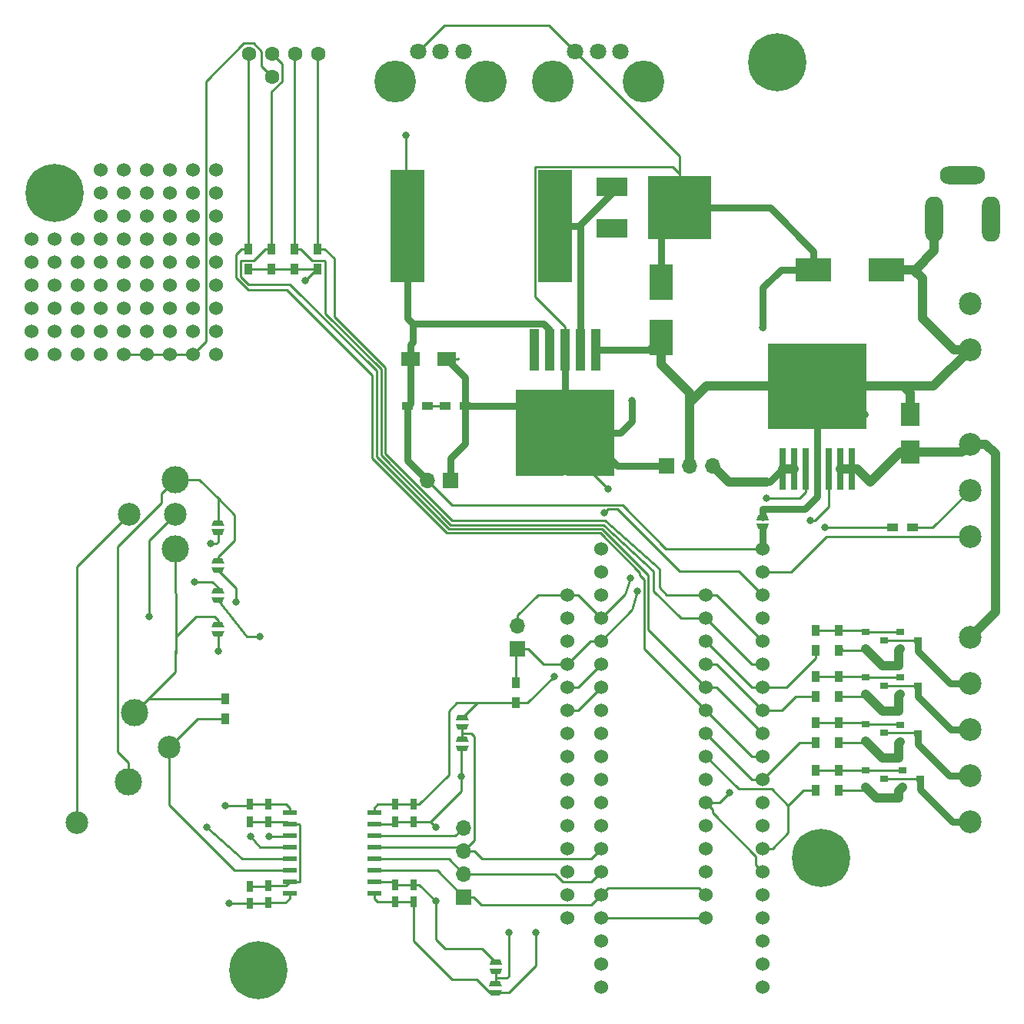
<source format=gbr>
G04 #@! TF.GenerationSoftware,KiCad,Pcbnew,(5.1.5)-2*
G04 #@! TF.CreationDate,2020-04-10T18:30:35+02:00*
G04 #@! TF.ProjectId,LightBoxNano,4c696768-7442-46f7-984e-616e6f2e6b69,rev?*
G04 #@! TF.SameCoordinates,Original*
G04 #@! TF.FileFunction,Copper,L1,Top*
G04 #@! TF.FilePolarity,Positive*
%FSLAX46Y46*%
G04 Gerber Fmt 4.6, Leading zero omitted, Abs format (unit mm)*
G04 Created by KiCad (PCBNEW (5.1.5)-2) date 2020-04-10 18:30:35*
%MOMM*%
%LPD*%
G04 APERTURE LIST*
%ADD10C,1.524000*%
%ADD11R,1.700000X1.700000*%
%ADD12O,1.700000X1.700000*%
%ADD13C,2.500000*%
%ADD14C,3.000000*%
%ADD15R,1.100000X4.600000*%
%ADD16R,10.800000X9.400000*%
%ADD17R,5.250000X4.550000*%
%ADD18R,1.500000X0.600000*%
%ADD19C,1.600000*%
%ADD20R,0.900000X1.200000*%
%ADD21C,1.800000*%
%ADD22C,4.600000*%
%ADD23C,0.100000*%
%ADD24R,1.200000X0.900000*%
%ADD25R,0.900000X0.800000*%
%ADD26R,3.825000X12.320000*%
%ADD27O,5.000000X2.000000*%
%ADD28O,2.000000X5.000000*%
%ADD29R,3.500000X2.000000*%
%ADD30R,7.000000X7.000000*%
%ADD31R,4.000000X2.500000*%
%ADD32R,2.000000X1.600000*%
%ADD33R,2.500000X4.000000*%
%ADD34R,0.750000X1.200000*%
%ADD35C,6.400000*%
%ADD36R,2.030000X2.650000*%
%ADD37R,0.800000X4.600000*%
%ADD38C,0.800000*%
%ADD39C,0.750000*%
%ADD40C,0.250000*%
%ADD41C,1.000000*%
G04 APERTURE END LIST*
D10*
X101600000Y-53340000D03*
X101600000Y-68580000D03*
X101600000Y-66040000D03*
X101600000Y-63500000D03*
X101600000Y-60960000D03*
X101600000Y-58420000D03*
X101600000Y-55880000D03*
X104140000Y-53340000D03*
X104140000Y-68580000D03*
X104140000Y-66040000D03*
X104140000Y-63500000D03*
X104140000Y-60960000D03*
X104140000Y-58420000D03*
X104140000Y-55880000D03*
X99060000Y-71120000D03*
X99060000Y-60960000D03*
X99060000Y-63500000D03*
X99060000Y-66040000D03*
X99060000Y-68580000D03*
X96520000Y-71120000D03*
X96520000Y-60960000D03*
X96520000Y-63500000D03*
X96520000Y-66040000D03*
X96520000Y-68580000D03*
X93980000Y-71120000D03*
X93980000Y-60960000D03*
X93980000Y-63500000D03*
X93980000Y-66040000D03*
X93980000Y-68580000D03*
X91440000Y-71120000D03*
X91440000Y-58420000D03*
X91440000Y-68580000D03*
X91440000Y-66040000D03*
X91440000Y-63500000D03*
X91440000Y-60960000D03*
X93980000Y-58420000D03*
X96520000Y-58420000D03*
X99060000Y-58420000D03*
X99060000Y-55880000D03*
X99060000Y-53340000D03*
X106680000Y-53340000D03*
X106680000Y-55880000D03*
X106680000Y-58420000D03*
X106680000Y-60960000D03*
X106680000Y-63500000D03*
X106680000Y-66040000D03*
X106680000Y-68580000D03*
X109220000Y-68580000D03*
X109220000Y-66040000D03*
X109220000Y-63500000D03*
X109220000Y-60960000D03*
X109220000Y-58420000D03*
X109220000Y-55880000D03*
X109220000Y-53340000D03*
X106680000Y-50800000D03*
X104140000Y-50800000D03*
X101600000Y-50800000D03*
X101600000Y-71120000D03*
X104140000Y-71120000D03*
X106680000Y-71120000D03*
X99060000Y-50800000D03*
X111760000Y-71120000D03*
X111760000Y-68580000D03*
X111760000Y-66040000D03*
X111760000Y-63500000D03*
X111760000Y-60960000D03*
X111760000Y-58420000D03*
X111760000Y-55880000D03*
X111760000Y-50800000D03*
X111760000Y-53340000D03*
X109220000Y-71120000D03*
X109220000Y-50800000D03*
X111760000Y-50800000D03*
D11*
X145000000Y-103600000D03*
D12*
X145000000Y-101060000D03*
D13*
X107264180Y-88759240D03*
D14*
X107264180Y-84949240D03*
X107264180Y-92569240D03*
D13*
X102184180Y-88759240D03*
X96426160Y-122693720D03*
D14*
X102781160Y-110633720D03*
X102146160Y-118253720D03*
D13*
X106596160Y-114443720D03*
D15*
X153600000Y-70625000D03*
X151900000Y-70625000D03*
X150200000Y-70625000D03*
X148500000Y-70625000D03*
X146800000Y-70625000D03*
D16*
X150200000Y-79775000D03*
D17*
X147425000Y-82200000D03*
X152975000Y-77350000D03*
X152975000Y-82200000D03*
X147425000Y-77350000D03*
D18*
X129199220Y-130527420D03*
X129199220Y-129257420D03*
X129199220Y-127987420D03*
X129199220Y-126717420D03*
X129199220Y-125447420D03*
X129199220Y-124177420D03*
X129199220Y-122907420D03*
X129199220Y-121637420D03*
X119899220Y-121637420D03*
X119899220Y-122907420D03*
X119899220Y-124177420D03*
X119899220Y-125447420D03*
X119899220Y-126717420D03*
X119899220Y-127987420D03*
X119899220Y-129257420D03*
X119899220Y-130527420D03*
D19*
X117930000Y-40540000D03*
X123010000Y-38000000D03*
X120470000Y-38000000D03*
X117930000Y-38000000D03*
X115390000Y-38000000D03*
D20*
X180329880Y-101523900D03*
X180329880Y-103723900D03*
X177789880Y-103723900D03*
X177789880Y-101523900D03*
D21*
X134029980Y-37800000D03*
X136529980Y-37800000D03*
X139029980Y-37800000D03*
D22*
X131529980Y-41100000D03*
X141529980Y-41100000D03*
D21*
X151327380Y-37800000D03*
X153827380Y-37800000D03*
X156327380Y-37800000D03*
D22*
X148827380Y-41100000D03*
X158827380Y-41100000D03*
D20*
X180329880Y-116950000D03*
X180329880Y-119150000D03*
X177789880Y-119133900D03*
X177789880Y-116933900D03*
X180329880Y-111683900D03*
X180329880Y-113883900D03*
X177789880Y-113883900D03*
X177789880Y-111683900D03*
G04 #@! TA.AperFunction,SMDPad,CuDef*
D23*
G36*
X141850000Y-141150000D02*
G01*
X143250000Y-141150000D01*
X143050000Y-141750000D01*
X142050000Y-141750000D01*
X141850000Y-141150000D01*
G37*
G04 #@! TD.AperFunction*
G04 #@! TA.AperFunction,SMDPad,CuDef*
G36*
X143250000Y-140750000D02*
G01*
X141850000Y-140750000D01*
X142050000Y-140150000D01*
X143050000Y-140150000D01*
X143250000Y-140750000D01*
G37*
G04 #@! TD.AperFunction*
G04 #@! TA.AperFunction,SMDPad,CuDef*
G36*
X143300000Y-138400000D02*
G01*
X141900000Y-138400000D01*
X142100000Y-137800000D01*
X143100000Y-137800000D01*
X143300000Y-138400000D01*
G37*
G04 #@! TD.AperFunction*
G04 #@! TA.AperFunction,SMDPad,CuDef*
G36*
X141900000Y-138800000D02*
G01*
X143300000Y-138800000D01*
X143100000Y-139400000D01*
X142100000Y-139400000D01*
X141900000Y-138800000D01*
G37*
G04 #@! TD.AperFunction*
D20*
X180329880Y-106603900D03*
X180329880Y-108803900D03*
X177789880Y-108803900D03*
X177789880Y-106603900D03*
D24*
X188500000Y-90200000D03*
X186300000Y-90200000D03*
D20*
X112800000Y-109100000D03*
X112800000Y-111300000D03*
X122993180Y-61702980D03*
X122993180Y-59502980D03*
X120427780Y-61702980D03*
X120427780Y-59502980D03*
X117913180Y-61702980D03*
X117913180Y-59502980D03*
X115296980Y-61702980D03*
X115296980Y-59502980D03*
D25*
X183350000Y-101700000D03*
X183350000Y-103600000D03*
X185350000Y-102650000D03*
X187100000Y-101700000D03*
X187100000Y-103600000D03*
X189100000Y-102650000D03*
X183350000Y-116950000D03*
X183350000Y-118850000D03*
X185350000Y-117900000D03*
X187350000Y-116950000D03*
X187350000Y-118850000D03*
X189350000Y-117900000D03*
X183350000Y-111833900D03*
X183350000Y-113733900D03*
X185350000Y-112783900D03*
X187100000Y-111950000D03*
X187100000Y-113850000D03*
X189100000Y-112900000D03*
X183350000Y-106700000D03*
X183350000Y-108600000D03*
X185350000Y-107650000D03*
X187100000Y-106700000D03*
X187100000Y-108600000D03*
X189100000Y-107650000D03*
D10*
X165720000Y-112860000D03*
X150480000Y-133180000D03*
X150480000Y-130640000D03*
X150480000Y-128100000D03*
X150480000Y-125560000D03*
X150480000Y-123020000D03*
X150480000Y-120480000D03*
X150480000Y-117940000D03*
X150480000Y-115400000D03*
X150480000Y-112860000D03*
X150480000Y-110320000D03*
X150480000Y-107780000D03*
X150480000Y-105240000D03*
X150480000Y-102700000D03*
X150480000Y-100160000D03*
X150480000Y-97620000D03*
X165720000Y-97620000D03*
X165720000Y-100160000D03*
X165720000Y-102700000D03*
X165720000Y-105240000D03*
X165720000Y-107780000D03*
X165720000Y-110320000D03*
X165720000Y-115400000D03*
X165720000Y-117940000D03*
X165720000Y-120480000D03*
X165720000Y-123020000D03*
X165720000Y-125560000D03*
X165720000Y-128100000D03*
X165720000Y-130640000D03*
X165720000Y-133180000D03*
X154210000Y-105220000D03*
X154210000Y-100140000D03*
X154210000Y-92520000D03*
X154210000Y-115380000D03*
X154210000Y-102680000D03*
X154210000Y-107760000D03*
X154210000Y-97600000D03*
X154210000Y-95060000D03*
X154210000Y-110300000D03*
X154210000Y-123000000D03*
X154210000Y-117920000D03*
X154210000Y-140780000D03*
X154210000Y-138240000D03*
X154210000Y-135700000D03*
X154210000Y-112840000D03*
X154210000Y-128080000D03*
X154210000Y-133160000D03*
X154210000Y-125540000D03*
X154210000Y-130620000D03*
X154210000Y-120460000D03*
X171990000Y-97600000D03*
X171990000Y-95060000D03*
X171990000Y-92520000D03*
X171990000Y-110300000D03*
X171990000Y-102680000D03*
X171990000Y-107760000D03*
X171990000Y-100140000D03*
X171990000Y-105220000D03*
X171990000Y-123000000D03*
X171990000Y-115380000D03*
X171990000Y-120460000D03*
X171990000Y-112840000D03*
X171990000Y-117920000D03*
X171990000Y-130620000D03*
X171990000Y-125540000D03*
X171990000Y-133160000D03*
X171990000Y-128080000D03*
X171990000Y-135700000D03*
X171990000Y-138240000D03*
X171990000Y-140780000D03*
G04 #@! TA.AperFunction,SMDPad,CuDef*
D23*
G36*
X111300000Y-94600000D02*
G01*
X112700000Y-94600000D01*
X112500000Y-95200000D01*
X111500000Y-95200000D01*
X111300000Y-94600000D01*
G37*
G04 #@! TD.AperFunction*
G04 #@! TA.AperFunction,SMDPad,CuDef*
G36*
X112700000Y-94200000D02*
G01*
X111300000Y-94200000D01*
X111500000Y-93600000D01*
X112500000Y-93600000D01*
X112700000Y-94200000D01*
G37*
G04 #@! TD.AperFunction*
G04 #@! TA.AperFunction,SMDPad,CuDef*
G36*
X111300000Y-97900000D02*
G01*
X112700000Y-97900000D01*
X112500000Y-98500000D01*
X111500000Y-98500000D01*
X111300000Y-97900000D01*
G37*
G04 #@! TD.AperFunction*
G04 #@! TA.AperFunction,SMDPad,CuDef*
G36*
X112700000Y-97500000D02*
G01*
X111300000Y-97500000D01*
X111500000Y-96900000D01*
X112500000Y-96900000D01*
X112700000Y-97500000D01*
G37*
G04 #@! TD.AperFunction*
G04 #@! TA.AperFunction,SMDPad,CuDef*
G36*
X111300000Y-101600000D02*
G01*
X112700000Y-101600000D01*
X112500000Y-102200000D01*
X111500000Y-102200000D01*
X111300000Y-101600000D01*
G37*
G04 #@! TD.AperFunction*
G04 #@! TA.AperFunction,SMDPad,CuDef*
G36*
X112700000Y-101200000D02*
G01*
X111300000Y-101200000D01*
X111500000Y-100600000D01*
X112500000Y-100600000D01*
X112700000Y-101200000D01*
G37*
G04 #@! TD.AperFunction*
G04 #@! TA.AperFunction,SMDPad,CuDef*
G36*
X112700000Y-90000000D02*
G01*
X111300000Y-90000000D01*
X111500000Y-89400000D01*
X112500000Y-89400000D01*
X112700000Y-90000000D01*
G37*
G04 #@! TD.AperFunction*
G04 #@! TA.AperFunction,SMDPad,CuDef*
G36*
X111300000Y-90400000D02*
G01*
X112700000Y-90400000D01*
X112500000Y-91000000D01*
X111500000Y-91000000D01*
X111300000Y-90400000D01*
G37*
G04 #@! TD.AperFunction*
D26*
X132880000Y-57000000D03*
X149120000Y-57000000D03*
D11*
X161400000Y-83400000D03*
D12*
X163940000Y-83400000D03*
X166480000Y-83400000D03*
D13*
X194800000Y-102280000D03*
X194800000Y-112440000D03*
X194800000Y-122600000D03*
X194800000Y-117520000D03*
X194800000Y-107360000D03*
X194800000Y-65520000D03*
X194800000Y-70600000D03*
D27*
X194000000Y-51400000D03*
D28*
X197100000Y-56200000D03*
X190900000Y-56200000D03*
D13*
X194800000Y-81040000D03*
X194800000Y-91200000D03*
X194800000Y-86120000D03*
D11*
X139050000Y-130900000D03*
D12*
X139050000Y-128360000D03*
X139050000Y-125820000D03*
X139050000Y-123280000D03*
D11*
X137600000Y-85000000D03*
D12*
X135060000Y-85000000D03*
G04 #@! TA.AperFunction,SMDPad,CuDef*
D23*
G36*
X139600000Y-113800000D02*
G01*
X138200000Y-113800000D01*
X138400000Y-113200000D01*
X139400000Y-113200000D01*
X139600000Y-113800000D01*
G37*
G04 #@! TD.AperFunction*
G04 #@! TA.AperFunction,SMDPad,CuDef*
G36*
X138200000Y-114200000D02*
G01*
X139600000Y-114200000D01*
X139400000Y-114800000D01*
X138400000Y-114800000D01*
X138200000Y-114200000D01*
G37*
G04 #@! TD.AperFunction*
G04 #@! TA.AperFunction,SMDPad,CuDef*
G36*
X138200000Y-111847600D02*
G01*
X139600000Y-111847600D01*
X139400000Y-112447600D01*
X138400000Y-112447600D01*
X138200000Y-111847600D01*
G37*
G04 #@! TD.AperFunction*
G04 #@! TA.AperFunction,SMDPad,CuDef*
G36*
X139600000Y-111447600D02*
G01*
X138200000Y-111447600D01*
X138400000Y-110847600D01*
X139400000Y-110847600D01*
X139600000Y-111447600D01*
G37*
G04 #@! TD.AperFunction*
D29*
X155425000Y-52700000D03*
X155425000Y-57280000D03*
D30*
X162825000Y-55000000D03*
D31*
X185600000Y-61800000D03*
X177600000Y-61800000D03*
D32*
X133166560Y-71613760D03*
X137166560Y-71613760D03*
D33*
X160800000Y-69250000D03*
X160800000Y-63150000D03*
D34*
X133550000Y-131439360D03*
X133550000Y-129539360D03*
X131550000Y-131454560D03*
X131550000Y-129554560D03*
X133550000Y-122600000D03*
X133550000Y-120700000D03*
X131550000Y-122600000D03*
X131550000Y-120700000D03*
X117582000Y-131550000D03*
X117582000Y-129650000D03*
X115550000Y-131600000D03*
X115550000Y-129700000D03*
X117550000Y-122600000D03*
X117550000Y-120700000D03*
X115550000Y-122600000D03*
X115550000Y-120700000D03*
D35*
X93980000Y-53340000D03*
X116400000Y-139000000D03*
X173630000Y-38980000D03*
X178400000Y-126600000D03*
D36*
X188200000Y-81890000D03*
X188200000Y-77710000D03*
D24*
X135100000Y-76800000D03*
X132900000Y-76800000D03*
D37*
X174190000Y-83775000D03*
X175460000Y-83775000D03*
X176730000Y-83775000D03*
X178000000Y-83775000D03*
X179270000Y-83775000D03*
X180540000Y-83775000D03*
X181810000Y-83775000D03*
D16*
X178000000Y-74625000D03*
D17*
X180775000Y-72200000D03*
X175225000Y-77050000D03*
X175225000Y-72200000D03*
X180775000Y-77050000D03*
D20*
X144800000Y-107300000D03*
X144800000Y-109500000D03*
D24*
X137000000Y-76800000D03*
X139200000Y-76800000D03*
G04 #@! TA.AperFunction,SMDPad,CuDef*
D23*
G36*
X172700000Y-89400000D02*
G01*
X171300000Y-89400000D01*
X171500000Y-88800000D01*
X172500000Y-88800000D01*
X172700000Y-89400000D01*
G37*
G04 #@! TD.AperFunction*
G04 #@! TA.AperFunction,SMDPad,CuDef*
G36*
X171300000Y-89800000D02*
G01*
X172700000Y-89800000D01*
X172500000Y-90400000D01*
X171500000Y-90400000D01*
X171300000Y-89800000D01*
G37*
G04 #@! TD.AperFunction*
D38*
X147000000Y-134800000D03*
X172000000Y-68200000D03*
X121600000Y-63000000D03*
X187000000Y-105400000D03*
X187000000Y-110400000D03*
X187000000Y-115600000D03*
X187000000Y-120000000D03*
X149000000Y-106600000D03*
X155000000Y-86000000D03*
X157600000Y-76200000D03*
X132715000Y-46990000D03*
X138800000Y-117600000D03*
X154572001Y-88600000D03*
X136000000Y-123200000D03*
X136000000Y-131364360D03*
X113200000Y-131600000D03*
X112800000Y-120800000D03*
X114000000Y-98400000D03*
X144000000Y-134800000D03*
X111200000Y-92000000D03*
X112000000Y-103800000D03*
X115600000Y-124200000D03*
X110800000Y-123200000D03*
X109400000Y-96200000D03*
X104400000Y-100000000D03*
X116600000Y-102200000D03*
X117600000Y-124200000D03*
X168325000Y-119400000D03*
X178800000Y-90200000D03*
X172400000Y-85200000D03*
X183800000Y-85200000D03*
X177200000Y-89400000D03*
X158200000Y-97200000D03*
X172400000Y-87000000D03*
X157400000Y-95800000D03*
D39*
X183350000Y-103600000D02*
X183400000Y-103600000D01*
X187050000Y-103600000D02*
X187100000Y-103600000D01*
X180453780Y-103600000D02*
X180329880Y-103723900D01*
X187050000Y-108600000D02*
X187100000Y-108600000D01*
X183350000Y-113733900D02*
X183350000Y-113750000D01*
D40*
X183226100Y-103723900D02*
X183350000Y-103600000D01*
X180329880Y-103723900D02*
X183226100Y-103723900D01*
X183146100Y-108803900D02*
X183350000Y-108600000D01*
X180329880Y-108803900D02*
X183146100Y-108803900D01*
X183200000Y-113883900D02*
X183350000Y-113733900D01*
X180329880Y-113883900D02*
X183200000Y-113883900D01*
X183050000Y-119150000D02*
X183350000Y-118850000D01*
X180329880Y-119150000D02*
X183050000Y-119150000D01*
X129576360Y-131454560D02*
X130925000Y-131454560D01*
X130925000Y-131454560D02*
X131550000Y-131454560D01*
X129199220Y-131077420D02*
X129576360Y-131454560D01*
X129199220Y-130527420D02*
X129199220Y-131077420D01*
X133534800Y-131454560D02*
X133550000Y-131439360D01*
X131550000Y-131454560D02*
X133534800Y-131454560D01*
X130925000Y-120700000D02*
X131550000Y-120700000D01*
X129586640Y-120700000D02*
X130925000Y-120700000D01*
X129199220Y-121087420D02*
X129586640Y-120700000D01*
X129199220Y-121637420D02*
X129199220Y-121087420D01*
X131550000Y-120700000D02*
X133550000Y-120700000D01*
D39*
X160800000Y-57025000D02*
X162825000Y-55000000D01*
X160800000Y-63150000D02*
X160800000Y-57025000D01*
X137600000Y-85000000D02*
X137600000Y-82600000D01*
X139200000Y-81000000D02*
X139200000Y-76800000D01*
X137600000Y-82600000D02*
X139200000Y-81000000D01*
X139200000Y-73647200D02*
X137166560Y-71613760D01*
X139200000Y-76800000D02*
X139200000Y-73647200D01*
X145600000Y-77350000D02*
X147425000Y-77350000D01*
X145050000Y-76800000D02*
X145600000Y-77350000D01*
X139200000Y-76800000D02*
X145050000Y-76800000D01*
X177600000Y-59800000D02*
X177600000Y-61800000D01*
X172800000Y-55000000D02*
X177600000Y-59800000D01*
X162825000Y-55000000D02*
X172800000Y-55000000D01*
D40*
X141950000Y-141450000D02*
X140500000Y-140000000D01*
X142550000Y-141450000D02*
X141950000Y-141450000D01*
X140500000Y-140000000D02*
X137800000Y-140000000D01*
X133550000Y-135750000D02*
X133550000Y-131439360D01*
X137800000Y-140000000D02*
X133550000Y-135750000D01*
X144016410Y-141450000D02*
X147000000Y-138466410D01*
X142550000Y-141450000D02*
X144016410Y-141450000D01*
X147000000Y-138466410D02*
X147000000Y-134800000D01*
X140547600Y-109500000D02*
X138900000Y-111147600D01*
X138300000Y-109500000D02*
X140700000Y-109500000D01*
X137400000Y-110400000D02*
X138300000Y-109500000D01*
X133550000Y-120700000D02*
X134175000Y-120700000D01*
X134175000Y-120700000D02*
X137400000Y-117475000D01*
X140700000Y-109500000D02*
X140547600Y-109500000D01*
X144800000Y-109500000D02*
X140700000Y-109500000D01*
X137400000Y-117475000D02*
X137400000Y-110400000D01*
D39*
X172000000Y-63800000D02*
X174000000Y-61800000D01*
X174000000Y-61800000D02*
X177600000Y-61800000D01*
X172000000Y-68200000D02*
X172000000Y-63800000D01*
X150200000Y-73675000D02*
X150200000Y-79775000D01*
X150200000Y-70625000D02*
X150200000Y-73675000D01*
D40*
X115996980Y-61702980D02*
X117913180Y-61702980D01*
X115296980Y-61702980D02*
X115996980Y-61702980D01*
X117913180Y-61702980D02*
X120427780Y-61702980D01*
X121127780Y-61702980D02*
X122993180Y-61702980D01*
X120427780Y-61702980D02*
X121127780Y-61702980D01*
X122993180Y-61702980D02*
X122897020Y-61702980D01*
X122897020Y-61702980D02*
X121600000Y-63000000D01*
D41*
X187000000Y-103700000D02*
X187100000Y-103600000D01*
X187000000Y-105400000D02*
X187000000Y-103700000D01*
X187000000Y-108700000D02*
X187100000Y-108600000D01*
X187000000Y-110400000D02*
X187000000Y-108700000D01*
X187000000Y-113950000D02*
X187100000Y-113850000D01*
X187000000Y-115600000D02*
X187000000Y-113950000D01*
X187000000Y-119200000D02*
X187350000Y-118850000D01*
X187000000Y-120000000D02*
X187000000Y-119200000D01*
X184500000Y-120000000D02*
X183350000Y-118850000D01*
X187000000Y-120000000D02*
X184500000Y-120000000D01*
X185216100Y-115600000D02*
X183350000Y-113733900D01*
X187000000Y-115600000D02*
X185216100Y-115600000D01*
X185150000Y-110400000D02*
X183350000Y-108600000D01*
X187000000Y-110400000D02*
X185150000Y-110400000D01*
X185150000Y-105400000D02*
X183350000Y-103600000D01*
X187000000Y-105400000D02*
X185150000Y-105400000D01*
D40*
X171990000Y-95060000D02*
X175140000Y-95060000D01*
X179000000Y-91200000D02*
X194800000Y-91200000D01*
X175140000Y-95060000D02*
X179000000Y-91200000D01*
X144800000Y-109500000D02*
X146100000Y-109500000D01*
X146100000Y-109500000D02*
X149000000Y-106600000D01*
X152975000Y-83975000D02*
X152975000Y-82550000D01*
X152975000Y-82550000D02*
X150200000Y-79775000D01*
X155000000Y-86000000D02*
X152975000Y-83975000D01*
X138416560Y-71613760D02*
X138430320Y-71600000D01*
X137166560Y-71613760D02*
X138416560Y-71613760D01*
X134029980Y-37800000D02*
X136908896Y-34921084D01*
X148448464Y-34921084D02*
X151327380Y-37800000D01*
X136908896Y-34921084D02*
X148448464Y-34921084D01*
X162825000Y-51250000D02*
X162825000Y-55000000D01*
X146947499Y-50514999D02*
X162089999Y-50514999D01*
X146882499Y-50579999D02*
X146947499Y-50514999D01*
X162089999Y-50514999D02*
X162825000Y-51250000D01*
X146882499Y-64757499D02*
X146882499Y-50579999D01*
X150200000Y-68075000D02*
X146882499Y-64757499D01*
X150200000Y-70625000D02*
X150200000Y-68075000D01*
X162825000Y-49297620D02*
X162825000Y-55000000D01*
X151327380Y-37800000D02*
X162825000Y-49297620D01*
D39*
X156000000Y-83400000D02*
X152375000Y-79775000D01*
X152375000Y-79775000D02*
X150200000Y-79775000D01*
X161400000Y-83400000D02*
X156000000Y-83400000D01*
X157600000Y-78525000D02*
X157600000Y-76200000D01*
X150200000Y-79775000D02*
X156350000Y-79775000D01*
X156350000Y-79775000D02*
X157600000Y-78525000D01*
X178000000Y-83775000D02*
X178000000Y-74625000D01*
X180175000Y-74625000D02*
X178000000Y-74625000D01*
X183260000Y-77710000D02*
X180175000Y-74625000D01*
X159425000Y-70625000D02*
X160800000Y-69250000D01*
X153600000Y-70625000D02*
X159425000Y-70625000D01*
X172000000Y-89100000D02*
X172000000Y-88200000D01*
X178000000Y-86825000D02*
X178000000Y-83775000D01*
X176625000Y-88200000D02*
X178000000Y-86825000D01*
X172000000Y-88200000D02*
X176625000Y-88200000D01*
D41*
X163940000Y-83400000D02*
X163940000Y-76460000D01*
X165775000Y-74625000D02*
X178000000Y-74625000D01*
X163940000Y-76460000D02*
X165775000Y-74625000D01*
X163940000Y-75390000D02*
X163940000Y-76460000D01*
X160800000Y-72250000D02*
X163940000Y-75390000D01*
X160800000Y-69250000D02*
X160800000Y-72250000D01*
X188200000Y-75385000D02*
X188200000Y-77710000D01*
X187440000Y-74625000D02*
X188200000Y-75385000D01*
X178000000Y-74625000D02*
X187440000Y-74625000D01*
X190775000Y-74625000D02*
X194800000Y-70600000D01*
X178000000Y-74625000D02*
X190775000Y-74625000D01*
X193032234Y-70600000D02*
X189600000Y-67167766D01*
X194800000Y-70600000D02*
X193032234Y-70600000D01*
X188600000Y-61800000D02*
X185600000Y-61800000D01*
X189600000Y-62800000D02*
X188600000Y-61800000D01*
X189600000Y-67167766D02*
X189600000Y-62800000D01*
X188800000Y-61800000D02*
X188600000Y-61800000D01*
X190900000Y-59700000D02*
X188800000Y-61800000D01*
X190900000Y-56200000D02*
X190900000Y-59700000D01*
D40*
X132900000Y-71880320D02*
X133166560Y-71613760D01*
D39*
X147810001Y-67749999D02*
X133450001Y-67749999D01*
X148500000Y-70625000D02*
X148500000Y-68439998D01*
X148500000Y-68439998D02*
X147810001Y-67749999D01*
X132880000Y-67179998D02*
X132880000Y-57000000D01*
X133450001Y-67749999D02*
X132880000Y-67179998D01*
X133166560Y-57286560D02*
X132880000Y-57000000D01*
X133166560Y-76533440D02*
X132900000Y-76800000D01*
X133166560Y-71613760D02*
X133166560Y-76533440D01*
X132900000Y-82840000D02*
X135060000Y-85000000D01*
X132900000Y-76800000D02*
X132900000Y-82840000D01*
X133450001Y-69780319D02*
X133450001Y-67749999D01*
X133166560Y-70063760D02*
X133450001Y-69780319D01*
X133166560Y-71613760D02*
X133166560Y-70063760D01*
X171990000Y-90110000D02*
X172000000Y-90100000D01*
X171990000Y-92520000D02*
X171990000Y-90110000D01*
D40*
X171990000Y-92520000D02*
X161320000Y-92520000D01*
X137809991Y-87749991D02*
X135909999Y-85849999D01*
X135909999Y-85849999D02*
X135060000Y-85000000D01*
X156549991Y-87749991D02*
X137809991Y-87749991D01*
X161320000Y-92520000D02*
X156549991Y-87749991D01*
X132715000Y-56835000D02*
X132880000Y-57000000D01*
X132715000Y-46990000D02*
X132715000Y-56835000D01*
X131252860Y-129257420D02*
X131550000Y-129554560D01*
X129199220Y-129257420D02*
X131252860Y-129257420D01*
X133534800Y-129554560D02*
X133550000Y-129539360D01*
X131550000Y-129554560D02*
X133534800Y-129554560D01*
X131242580Y-122907420D02*
X131550000Y-122600000D01*
X129199220Y-122907420D02*
X131242580Y-122907420D01*
X131550000Y-122600000D02*
X133550000Y-122600000D01*
X141100000Y-136600000D02*
X142600000Y-138100000D01*
X134175000Y-129539360D02*
X136000000Y-131364360D01*
X133550000Y-129539360D02*
X134175000Y-129539360D01*
X136000000Y-135600000D02*
X137000000Y-136600000D01*
X136000000Y-131364360D02*
X136000000Y-135600000D01*
X137000000Y-136600000D02*
X141100000Y-136600000D01*
X133550000Y-122600000D02*
X135000000Y-122600000D01*
X135000000Y-122600000D02*
X135400000Y-122600000D01*
X135400000Y-122600000D02*
X138800000Y-119200000D01*
X138800000Y-119200000D02*
X138800000Y-117600000D01*
X138800000Y-114600000D02*
X138900000Y-114500000D01*
X138800000Y-117600000D02*
X138800000Y-114600000D01*
X154972000Y-88200001D02*
X156000001Y-88200001D01*
X154572001Y-88600000D02*
X154972000Y-88200001D01*
X156000001Y-88200001D02*
X162800000Y-95000000D01*
X169390000Y-95000000D02*
X171990000Y-97600000D01*
X162800000Y-95000000D02*
X169390000Y-95000000D01*
X135400000Y-122600000D02*
X136000000Y-123200000D01*
X110672999Y-69667001D02*
X109220000Y-71120000D01*
X110672999Y-41051999D02*
X110672999Y-69667001D01*
X116804999Y-39414999D02*
X116804999Y-37749997D01*
X117930000Y-40540000D02*
X116804999Y-39414999D01*
X116804999Y-37749997D02*
X115930001Y-36874999D01*
X115930001Y-36874999D02*
X114849999Y-36874999D01*
X114849999Y-36874999D02*
X110672999Y-41051999D01*
X109220000Y-71120000D02*
X106680000Y-71120000D01*
X106680000Y-71120000D02*
X104140000Y-71120000D01*
X104140000Y-71120000D02*
X101600000Y-71120000D01*
X118175000Y-120700000D02*
X117550000Y-120700000D01*
X119511800Y-120700000D02*
X118175000Y-120700000D01*
X119899220Y-121087420D02*
X119511800Y-120700000D01*
X119899220Y-121637420D02*
X119899220Y-121087420D01*
X117550000Y-120700000D02*
X115550000Y-120700000D01*
X117532000Y-131600000D02*
X117582000Y-131550000D01*
X115550000Y-131600000D02*
X117532000Y-131600000D01*
X119899220Y-131077420D02*
X119899220Y-130527420D01*
X119426640Y-131550000D02*
X119899220Y-131077420D01*
X117582000Y-131550000D02*
X119426640Y-131550000D01*
X115550000Y-131600000D02*
X113200000Y-131600000D01*
X115450000Y-120800000D02*
X115550000Y-120700000D01*
X112800000Y-120800000D02*
X115450000Y-120800000D01*
X114000000Y-96900000D02*
X112000000Y-94900000D01*
X114000000Y-98400000D02*
X114000000Y-96900000D01*
X115550000Y-122600000D02*
X117550000Y-122600000D01*
X119591800Y-122600000D02*
X119899220Y-122907420D01*
X117550000Y-122600000D02*
X119591800Y-122600000D01*
X117532000Y-129700000D02*
X117582000Y-129650000D01*
X115550000Y-129700000D02*
X117532000Y-129700000D01*
X119506640Y-129650000D02*
X119899220Y-129257420D01*
X117582000Y-129650000D02*
X119506640Y-129650000D01*
X120899220Y-122907420D02*
X119899220Y-122907420D01*
X120974221Y-122982421D02*
X120899220Y-122907420D01*
X120974221Y-129182419D02*
X120974221Y-122982421D01*
X120899220Y-129257420D02*
X120974221Y-129182419D01*
X119899220Y-129257420D02*
X120899220Y-129257420D01*
X149120000Y-52752500D02*
X149120000Y-57000000D01*
D39*
X151900000Y-57117500D02*
X151782500Y-57000000D01*
X151900000Y-70625000D02*
X151900000Y-57117500D01*
X155425000Y-53357500D02*
X155425000Y-52700000D01*
X151782500Y-57000000D02*
X155425000Y-53357500D01*
X149120000Y-57000000D02*
X151782500Y-57000000D01*
D40*
X153102999Y-126647001D02*
X153448001Y-126301999D01*
X140252081Y-125820000D02*
X141079082Y-126647001D01*
X153448001Y-126301999D02*
X154210000Y-125540000D01*
X141079082Y-126647001D02*
X153102999Y-126647001D01*
X139050000Y-125820000D02*
X140252081Y-125820000D01*
X138677420Y-125447420D02*
X139050000Y-125820000D01*
X129199220Y-125447420D02*
X138677420Y-125447420D01*
X138900000Y-112900000D02*
X139900000Y-112900000D01*
X138900000Y-112900000D02*
X138900000Y-113500000D01*
X138900000Y-112147600D02*
X138900000Y-112900000D01*
X139899999Y-124970001D02*
X139050000Y-125820000D01*
X140225001Y-124644999D02*
X139899999Y-124970001D01*
X140225001Y-113225001D02*
X140225001Y-124644999D01*
X139900000Y-112900000D02*
X140225001Y-113225001D01*
X154230000Y-133180000D02*
X154210000Y-133160000D01*
X165720000Y-133180000D02*
X154230000Y-133180000D01*
X138152580Y-124177420D02*
X139050000Y-123280000D01*
X129199220Y-124177420D02*
X138152580Y-124177420D01*
X153448001Y-128841999D02*
X154210000Y-128080000D01*
X153102999Y-129187001D02*
X153448001Y-128841999D01*
X149958239Y-129187001D02*
X153102999Y-129187001D01*
X149131238Y-128360000D02*
X149958239Y-129187001D01*
X139050000Y-128360000D02*
X149131238Y-128360000D01*
X137407420Y-126717420D02*
X139050000Y-128360000D01*
X129199220Y-126717420D02*
X137407420Y-126717420D01*
X142600000Y-140400000D02*
X142550000Y-140450000D01*
X142600000Y-139800000D02*
X142600000Y-140400000D01*
X142600000Y-139800000D02*
X143800000Y-139800000D01*
X142600000Y-139100000D02*
X142600000Y-139800000D01*
X143800000Y-139800000D02*
X144000000Y-139600000D01*
X144000000Y-139600000D02*
X144000000Y-134800000D01*
X153448001Y-131381999D02*
X154210000Y-130620000D01*
X153102999Y-131727001D02*
X153448001Y-131381999D01*
X140150000Y-130900000D02*
X140977001Y-131727001D01*
X140977001Y-131727001D02*
X153102999Y-131727001D01*
X139050000Y-130900000D02*
X140150000Y-130900000D01*
X154971999Y-129858001D02*
X164938001Y-129858001D01*
X164958001Y-129878001D02*
X165720000Y-130640000D01*
X164938001Y-129858001D02*
X164958001Y-129878001D01*
X154210000Y-130620000D02*
X154971999Y-129858001D01*
X136137420Y-127987420D02*
X139050000Y-130900000D01*
X129199220Y-127987420D02*
X136137420Y-127987420D01*
X190720000Y-90200000D02*
X194800000Y-86120000D01*
X188500000Y-90200000D02*
X190720000Y-90200000D01*
D39*
X193032234Y-107360000D02*
X194800000Y-107360000D01*
X192660000Y-107360000D02*
X193032234Y-107360000D01*
X189100000Y-103800000D02*
X192660000Y-107360000D01*
X189100000Y-102650000D02*
X189100000Y-103800000D01*
D40*
X185350000Y-102650000D02*
X189100000Y-102650000D01*
D39*
X193032234Y-117520000D02*
X194800000Y-117520000D01*
X192570000Y-117520000D02*
X193032234Y-117520000D01*
X189100000Y-114050000D02*
X192570000Y-117520000D01*
X189100000Y-112900000D02*
X189100000Y-114050000D01*
D40*
X188983900Y-112783900D02*
X189100000Y-112900000D01*
X185350000Y-112783900D02*
X188983900Y-112783900D01*
D39*
X189100000Y-108800000D02*
X192740000Y-112440000D01*
X193032234Y-112440000D02*
X194800000Y-112440000D01*
X192740000Y-112440000D02*
X193032234Y-112440000D01*
X189100000Y-107650000D02*
X189100000Y-108800000D01*
D40*
X186050000Y-107650000D02*
X189100000Y-107650000D01*
X185350000Y-107650000D02*
X186050000Y-107650000D01*
X96426160Y-94517260D02*
X102184180Y-88759240D01*
X96426160Y-122693720D02*
X96426160Y-94517260D01*
X111200000Y-92000000D02*
X111765685Y-92000000D01*
X112000000Y-91765685D02*
X112000000Y-90700000D01*
X111765685Y-92000000D02*
X112000000Y-91765685D01*
X105764181Y-87510241D02*
X105764181Y-86449239D01*
X100956159Y-92318263D02*
X105764181Y-87510241D01*
X105764181Y-86449239D02*
X107264180Y-84949240D01*
X100956159Y-114942399D02*
X100956159Y-92318263D01*
X102146160Y-116132400D02*
X100956159Y-114942399D01*
X102146160Y-118253720D02*
X102146160Y-116132400D01*
X112000000Y-89700000D02*
X112000000Y-87000000D01*
X109949240Y-84949240D02*
X107264180Y-84949240D01*
X112000000Y-87000000D02*
X109949240Y-84949240D01*
X112000000Y-93900000D02*
X112000000Y-93400000D01*
X112000000Y-93400000D02*
X113800000Y-91600000D01*
X113800000Y-88800000D02*
X112000000Y-87000000D01*
X113800000Y-91600000D02*
X113800000Y-88800000D01*
X112000000Y-103800000D02*
X112000000Y-101900000D01*
X116600000Y-125447420D02*
X119899220Y-125447420D01*
X115600000Y-124200000D02*
X116600000Y-125447420D01*
X104314880Y-109100000D02*
X102781160Y-110633720D01*
X112800000Y-109100000D02*
X104314880Y-109100000D01*
X107264180Y-106150700D02*
X102781160Y-110633720D01*
X107264180Y-106150700D02*
X107264180Y-103735820D01*
X112000000Y-100900000D02*
X112000000Y-100400000D01*
X112000000Y-100400000D02*
X111600000Y-100000000D01*
X109600000Y-100000000D02*
X107400000Y-102200000D01*
X111600000Y-100000000D02*
X109600000Y-100000000D01*
X107264180Y-92569240D02*
X107400000Y-102200000D01*
X107400000Y-102200000D02*
X107264180Y-106150700D01*
X110800000Y-123200000D02*
X114682580Y-126717420D01*
X114682580Y-126717420D02*
X119899220Y-126717420D01*
X119899220Y-127987420D02*
X113787420Y-127987420D01*
X106596160Y-120796160D02*
X106596160Y-114443720D01*
X113787420Y-127987420D02*
X106596160Y-120796160D01*
X109739880Y-111300000D02*
X112800000Y-111300000D01*
X106596160Y-114443720D02*
X109739880Y-111300000D01*
X112000000Y-97200000D02*
X112000000Y-96800000D01*
X112000000Y-96800000D02*
X111400000Y-96200000D01*
X111400000Y-96200000D02*
X109400000Y-96200000D01*
X104400000Y-100000000D02*
X104400000Y-91623420D01*
X104400000Y-91623420D02*
X107264180Y-88759240D01*
X115200000Y-102200000D02*
X112000000Y-98200000D01*
X116600000Y-102200000D02*
X115200000Y-102200000D01*
X119876640Y-124200000D02*
X119899220Y-124177420D01*
X117600000Y-124200000D02*
X119876640Y-124200000D01*
X171228001Y-127318001D02*
X171990000Y-128080000D01*
X171228001Y-126386763D02*
X171228001Y-127318001D01*
X166481999Y-121241999D02*
X166481999Y-121640761D01*
X166481999Y-121640761D02*
X171228001Y-126386763D01*
X165720000Y-120480000D02*
X166481999Y-121241999D01*
X165720000Y-120480000D02*
X167245000Y-120480000D01*
X167245000Y-120480000D02*
X168325000Y-119400000D01*
X178800000Y-90200000D02*
X186300000Y-90200000D01*
X173067630Y-125540000D02*
X174800000Y-123807630D01*
X171990000Y-125540000D02*
X173067630Y-125540000D01*
X174800000Y-123807630D02*
X174800000Y-120800000D01*
X176466100Y-119133900D02*
X177789880Y-119133900D01*
X174800000Y-120800000D02*
X176466100Y-119133900D01*
X173007001Y-119007001D02*
X174800000Y-120800000D01*
X169327001Y-119007001D02*
X173007001Y-119007001D01*
X165720000Y-115400000D02*
X169327001Y-119007001D01*
X176026100Y-113883900D02*
X177789880Y-113883900D01*
X171990000Y-117920000D02*
X176026100Y-113883900D01*
X170780000Y-117920000D02*
X171990000Y-117920000D01*
X165720000Y-112860000D02*
X170780000Y-117920000D01*
X170780000Y-107760000D02*
X171990000Y-107760000D01*
X165720000Y-102700000D02*
X170780000Y-107760000D01*
X177789880Y-104573900D02*
X177789880Y-103723900D01*
X174603780Y-107760000D02*
X177789880Y-104573900D01*
X171990000Y-107760000D02*
X174603780Y-107760000D01*
X171990000Y-110300000D02*
X174100000Y-110300000D01*
X175596100Y-108803900D02*
X177789880Y-108803900D01*
X174100000Y-110300000D02*
X175596100Y-108803900D01*
X166930000Y-105240000D02*
X171990000Y-110300000D01*
X165720000Y-105240000D02*
X166930000Y-105240000D01*
X170780000Y-105220000D02*
X171990000Y-105220000D01*
X165720000Y-100160000D02*
X170780000Y-105220000D01*
X120427780Y-38042220D02*
X120470000Y-38000000D01*
X120427780Y-59502980D02*
X120427780Y-38042220D01*
X120427780Y-59502980D02*
X121127780Y-59502980D01*
X123703181Y-60777979D02*
X123800000Y-60874798D01*
X123800000Y-60874798D02*
X123800000Y-66636410D01*
X122402779Y-60777979D02*
X123703181Y-60777979D01*
X123800000Y-66636410D02*
X129949990Y-72786400D01*
X121127780Y-59502980D02*
X122402779Y-60777979D01*
X129949990Y-72786400D02*
X129949990Y-82265402D01*
X129949990Y-82265402D02*
X137584570Y-89899982D01*
X163000000Y-100160000D02*
X165720000Y-100160000D01*
X160000000Y-97200000D02*
X163000000Y-100160000D01*
X160000000Y-95000000D02*
X160000000Y-97200000D01*
X137584570Y-89899982D02*
X154471564Y-89899982D01*
X154471564Y-89899982D02*
X160000000Y-95000000D01*
X166930000Y-107780000D02*
X171990000Y-112840000D01*
X165720000Y-107780000D02*
X166930000Y-107780000D01*
X119055001Y-39125001D02*
X118729999Y-38799999D01*
X119055001Y-41080001D02*
X119055001Y-39125001D01*
X117913180Y-42221822D02*
X119055001Y-41080001D01*
X118729999Y-38799999D02*
X117930000Y-38000000D01*
X117913180Y-59502980D02*
X117913180Y-42221822D01*
X115938181Y-60777979D02*
X117213180Y-59502980D01*
X114586979Y-60777979D02*
X115938181Y-60777979D01*
X137398170Y-90349992D02*
X129448178Y-82400000D01*
X115358998Y-63400000D02*
X114521979Y-62562981D01*
X154285163Y-90349991D02*
X137398170Y-90349992D01*
X119927180Y-63400000D02*
X115358998Y-63400000D01*
X114521979Y-60842979D02*
X114586979Y-60777979D01*
X114521979Y-62562981D02*
X114521979Y-60842979D01*
X159400000Y-95400000D02*
X154285163Y-90349991D01*
X129448178Y-82400000D02*
X129448178Y-72920998D01*
X117213180Y-59502980D02*
X117913180Y-59502980D01*
X129448178Y-72920998D02*
X119927180Y-63400000D01*
X159400000Y-101460000D02*
X165720000Y-107780000D01*
X159400000Y-95400000D02*
X159400000Y-101460000D01*
X123010000Y-59486160D02*
X122993180Y-59502980D01*
X166930000Y-97620000D02*
X171990000Y-102680000D01*
X165720000Y-97620000D02*
X166930000Y-97620000D01*
X122993180Y-38016820D02*
X123010000Y-38000000D01*
X122993180Y-59502980D02*
X122993180Y-38016820D01*
X123693180Y-59502980D02*
X124790200Y-60600000D01*
X122993180Y-59502980D02*
X123693180Y-59502980D01*
X124790200Y-60600000D02*
X124790200Y-66990200D01*
X124790200Y-66990200D02*
X130400000Y-72600000D01*
X137770971Y-89449973D02*
X154657965Y-89449973D01*
X154657965Y-89449973D02*
X154703996Y-89496004D01*
X130400000Y-72600000D02*
X130400000Y-82079002D01*
X130400000Y-82079002D02*
X137770971Y-89449973D01*
X161400000Y-97600000D02*
X165720000Y-97620000D01*
X160600000Y-96800000D02*
X161400000Y-97600000D01*
X154657965Y-89449973D02*
X160600000Y-94800000D01*
X160600000Y-94800000D02*
X160600000Y-96800000D01*
X170780000Y-115380000D02*
X171990000Y-115380000D01*
X165720000Y-110320000D02*
X170780000Y-115380000D01*
X115296980Y-38093020D02*
X115390000Y-38000000D01*
X115296980Y-59502980D02*
X115296980Y-38093020D01*
X158949990Y-103549990D02*
X165720000Y-110320000D01*
X158949990Y-95949990D02*
X158949990Y-103549990D01*
X158400000Y-95400000D02*
X158949990Y-95949990D01*
X115322588Y-64000000D02*
X119600000Y-64000000D01*
X114000000Y-62677412D02*
X115322588Y-64000000D01*
X115296980Y-59502980D02*
X114596980Y-59502980D01*
X128998168Y-82586400D02*
X137211769Y-90800001D01*
X114000000Y-60099960D02*
X114000000Y-62677412D01*
X137211769Y-90800001D02*
X154098762Y-90800000D01*
X114596980Y-59502980D02*
X114000000Y-60099960D01*
X119600000Y-64000000D02*
X128998168Y-73398168D01*
X128998168Y-73398168D02*
X128998168Y-82586400D01*
X154098762Y-90800000D02*
X158400000Y-95200000D01*
X158400000Y-95200000D02*
X158400000Y-95400000D01*
X151650000Y-110320000D02*
X154210000Y-107760000D01*
X150480000Y-110320000D02*
X151650000Y-110320000D01*
X151650000Y-107780000D02*
X154210000Y-105220000D01*
X150480000Y-107780000D02*
X151650000Y-107780000D01*
X183253900Y-106603900D02*
X183350000Y-106700000D01*
X180329880Y-106603900D02*
X183253900Y-106603900D01*
X178489880Y-106603900D02*
X180329880Y-106603900D01*
X177789880Y-106603900D02*
X178489880Y-106603900D01*
X184050000Y-106700000D02*
X187100000Y-106700000D01*
X183350000Y-106700000D02*
X184050000Y-106700000D01*
X178489880Y-111683900D02*
X180329880Y-111683900D01*
X177789880Y-111683900D02*
X178489880Y-111683900D01*
X183200000Y-111683900D02*
X183350000Y-111833900D01*
X180329880Y-111683900D02*
X183200000Y-111683900D01*
X186983900Y-111833900D02*
X187100000Y-111950000D01*
X183350000Y-111833900D02*
X186983900Y-111833900D01*
X180313780Y-116933900D02*
X180329880Y-116950000D01*
X177789880Y-116933900D02*
X180313780Y-116933900D01*
X181029880Y-116950000D02*
X183350000Y-116950000D01*
X180329880Y-116950000D02*
X181029880Y-116950000D01*
X184050000Y-116950000D02*
X187350000Y-116950000D01*
X183350000Y-116950000D02*
X184050000Y-116950000D01*
X183173900Y-101523900D02*
X183350000Y-101700000D01*
X180329880Y-101523900D02*
X183173900Y-101523900D01*
X184050000Y-101700000D02*
X187100000Y-101700000D01*
X183350000Y-101700000D02*
X184050000Y-101700000D01*
X178489880Y-101523900D02*
X180329880Y-101523900D01*
X177789880Y-101523900D02*
X178489880Y-101523900D01*
D39*
X172400000Y-85200000D02*
X172765000Y-85200000D01*
X172765000Y-85200000D02*
X174190000Y-83775000D01*
D41*
X168280000Y-85200000D02*
X166480000Y-83400000D01*
X172400000Y-85200000D02*
X168280000Y-85200000D01*
X187110000Y-81890000D02*
X183800000Y-85200000D01*
X188200000Y-81890000D02*
X187110000Y-81890000D01*
X182375000Y-83775000D02*
X183800000Y-85200000D01*
X181810000Y-83775000D02*
X182375000Y-83775000D01*
X181810000Y-83775000D02*
X180540000Y-83775000D01*
X174190000Y-83775000D02*
X175460000Y-83775000D01*
X193950000Y-81890000D02*
X194800000Y-81040000D01*
X188200000Y-81890000D02*
X193950000Y-81890000D01*
X196567766Y-81040000D02*
X197600000Y-82072234D01*
X194800000Y-81040000D02*
X196567766Y-81040000D01*
X197600000Y-99480000D02*
X194800000Y-102280000D01*
X197600000Y-82072234D02*
X197600000Y-99480000D01*
D40*
X135100000Y-76800000D02*
X137000000Y-76800000D01*
D39*
X193032234Y-122600000D02*
X194800000Y-122600000D01*
X189350000Y-119050000D02*
X192900000Y-122600000D01*
X192900000Y-122600000D02*
X193032234Y-122600000D01*
X189350000Y-117900000D02*
X189350000Y-119050000D01*
D40*
X187835002Y-117900000D02*
X189350000Y-117900000D01*
X185350000Y-117900000D02*
X187835002Y-117900000D01*
X144800000Y-103800000D02*
X145000000Y-103600000D01*
X144800000Y-107300000D02*
X144800000Y-103800000D01*
X145000000Y-103600000D02*
X146200000Y-103600000D01*
X147840000Y-105240000D02*
X150480000Y-105240000D01*
X146200000Y-103600000D02*
X147840000Y-105240000D01*
X153040000Y-102680000D02*
X154210000Y-102680000D01*
X150480000Y-105240000D02*
X153040000Y-102680000D01*
X179270000Y-87895685D02*
X179270000Y-86325000D01*
X177765685Y-89400000D02*
X179270000Y-87895685D01*
X177200000Y-89400000D02*
X177765685Y-89400000D01*
X158200000Y-97200000D02*
X157600000Y-99290000D01*
X157600000Y-99290000D02*
X154210000Y-102680000D01*
X179270000Y-86325000D02*
X179270000Y-83775000D01*
X147237919Y-97620000D02*
X149402370Y-97620000D01*
X149402370Y-97620000D02*
X150480000Y-97620000D01*
X145000000Y-99857919D02*
X147237919Y-97620000D01*
X145000000Y-101060000D02*
X145000000Y-99857919D01*
X151690000Y-97620000D02*
X154210000Y-100140000D01*
X150480000Y-97620000D02*
X151690000Y-97620000D01*
X176055000Y-87000000D02*
X176730000Y-86325000D01*
X176730000Y-86325000D02*
X176730000Y-83775000D01*
X172400000Y-87000000D02*
X176055000Y-87000000D01*
X156800000Y-97550000D02*
X154210000Y-100140000D01*
X157400000Y-95800000D02*
X156800000Y-97550000D01*
M02*

</source>
